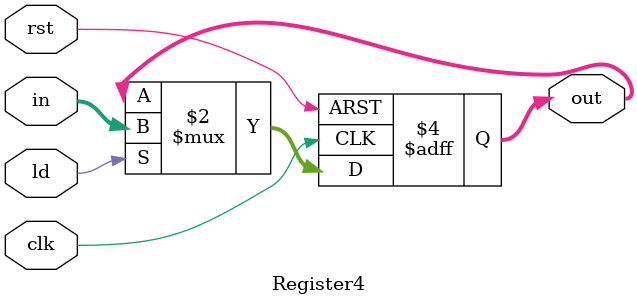
<source format=v>
module Register4(input clk, rst, ld, input [3:0] in, output reg [3:0] out);

	always@(negedge clk, posedge rst) 
	begin
		if (rst) out <= 0;
		else if (ld) out <= in;
	end
	
endmodule
</source>
